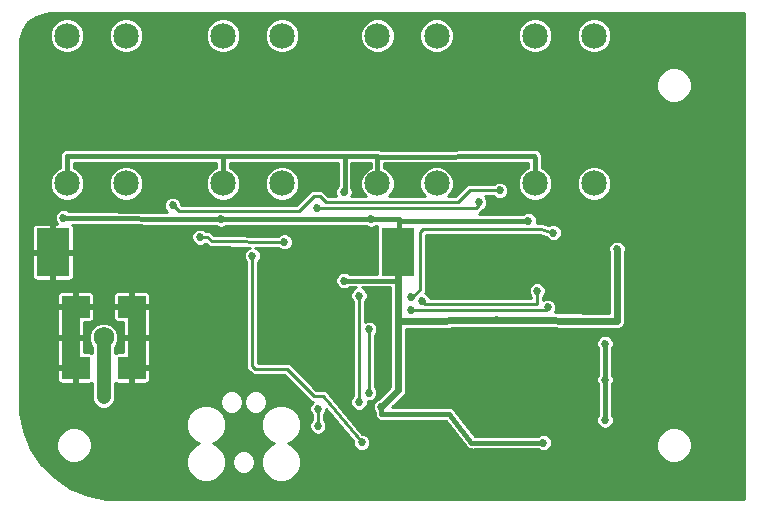
<source format=gbl>
G75*
G70*
%OFA0B0*%
%FSLAX24Y24*%
%IPPOS*%
%LPD*%
%AMOC8*
5,1,8,0,0,1.08239X$1,22.5*
%
%ADD10R,0.1100X0.1600*%
%ADD11C,0.0850*%
%ADD12C,0.0681*%
%ADD13R,0.0925X0.0748*%
%ADD14R,0.0591X0.1339*%
%ADD15C,0.0100*%
%ADD16C,0.0270*%
%ADD17C,0.0340*%
%ADD18C,0.0160*%
%ADD19C,0.0240*%
%ADD20C,0.0470*%
D10*
X001310Y008440D03*
X012810Y008440D03*
D11*
X012126Y010729D03*
X014094Y010729D03*
X017376Y010729D03*
X019344Y010729D03*
X019344Y015651D03*
X017376Y015651D03*
X014094Y015651D03*
X012126Y015651D03*
X008944Y015651D03*
X006976Y015651D03*
X003744Y015651D03*
X001776Y015651D03*
X001776Y010729D03*
X003744Y010729D03*
X006976Y010729D03*
X008944Y010729D03*
D12*
X003000Y005600D03*
D13*
X002065Y004576D03*
X003935Y004576D03*
X003935Y006624D03*
X002065Y006624D03*
D14*
X001898Y005600D03*
X004102Y005600D03*
D15*
X001370Y000926D02*
X001892Y000578D01*
X002471Y000338D01*
X003086Y000215D01*
X003400Y000200D01*
X024340Y000200D01*
X024340Y016400D01*
X001200Y016400D01*
X001044Y016388D01*
X000746Y016291D01*
X000493Y016107D01*
X000309Y015854D01*
X000212Y015556D01*
X000200Y015400D01*
X000200Y003400D01*
X000215Y003086D01*
X000338Y002471D01*
X000578Y001892D01*
X000926Y001370D01*
X001370Y000926D01*
X001430Y000887D02*
X006020Y000887D01*
X006032Y000874D02*
X006277Y000773D01*
X006543Y000773D01*
X006788Y000874D01*
X006976Y001062D01*
X007077Y001307D01*
X007077Y001573D01*
X006976Y001818D01*
X006788Y002006D01*
X006645Y002065D01*
X006788Y002124D01*
X006976Y002312D01*
X007077Y002557D01*
X007077Y002823D01*
X006976Y003068D01*
X006788Y003256D01*
X006543Y003357D01*
X006277Y003357D01*
X006032Y003256D01*
X005844Y003068D01*
X005743Y002823D01*
X005743Y002557D01*
X005844Y002312D01*
X006032Y002124D01*
X006175Y002065D01*
X006032Y002006D01*
X005844Y001818D01*
X005743Y001573D01*
X005743Y001307D01*
X005844Y001062D01*
X006032Y000874D01*
X005921Y000985D02*
X001311Y000985D01*
X001213Y001084D02*
X005835Y001084D01*
X005794Y001182D02*
X001114Y001182D01*
X001016Y001281D02*
X005754Y001281D01*
X005743Y001379D02*
X000920Y001379D01*
X000854Y001478D02*
X001710Y001478D01*
X001664Y001497D02*
X001882Y001406D01*
X002118Y001406D01*
X002336Y001497D01*
X002503Y001664D01*
X002594Y001882D01*
X002594Y002118D01*
X002503Y002336D01*
X002336Y002503D01*
X002118Y002594D01*
X001882Y002594D01*
X001664Y002503D01*
X001497Y002336D01*
X001406Y002118D01*
X001406Y001882D01*
X001497Y001664D01*
X001664Y001497D01*
X001584Y001576D02*
X000789Y001576D01*
X000723Y001675D02*
X001492Y001675D01*
X001451Y001773D02*
X000657Y001773D01*
X000591Y001872D02*
X001411Y001872D01*
X001406Y001970D02*
X000545Y001970D01*
X000505Y002069D02*
X001406Y002069D01*
X001427Y002167D02*
X000464Y002167D01*
X000423Y002266D02*
X001467Y002266D01*
X001524Y002364D02*
X000382Y002364D01*
X000341Y002463D02*
X001623Y002463D01*
X001803Y002561D02*
X000320Y002561D01*
X000300Y002660D02*
X005743Y002660D01*
X005743Y002758D02*
X000281Y002758D01*
X000261Y002857D02*
X005756Y002857D01*
X005797Y002955D02*
X000242Y002955D01*
X000222Y003054D02*
X005838Y003054D01*
X005928Y003152D02*
X000212Y003152D01*
X000207Y003251D02*
X002838Y003251D01*
X002782Y003274D02*
X002923Y003215D01*
X003077Y003215D01*
X003218Y003274D01*
X003326Y003382D01*
X003385Y003523D01*
X003385Y004080D01*
X003415Y004063D01*
X003453Y004052D01*
X003885Y004052D01*
X003885Y004526D01*
X003985Y004526D01*
X003985Y004052D01*
X004417Y004052D01*
X004456Y004063D01*
X004490Y004082D01*
X004518Y004110D01*
X004537Y004144D01*
X004548Y004183D01*
X004548Y004526D01*
X003985Y004526D01*
X003985Y004626D01*
X004548Y004626D01*
X004548Y004970D01*
X004548Y005550D01*
X004152Y005550D01*
X004152Y005100D01*
X004052Y005100D01*
X004052Y005550D01*
X003657Y005550D01*
X003657Y005100D01*
X003453Y005100D01*
X003415Y005090D01*
X003385Y005073D01*
X003385Y005291D01*
X003416Y005322D01*
X003491Y005502D01*
X003491Y005698D01*
X003416Y005878D01*
X003278Y006016D01*
X003098Y006091D01*
X002902Y006091D01*
X002722Y006016D01*
X002584Y005878D01*
X002509Y005698D01*
X002509Y005502D01*
X002584Y005322D01*
X002615Y005291D01*
X002615Y005073D01*
X002585Y005090D01*
X002547Y005100D01*
X002343Y005100D01*
X002343Y005550D01*
X001948Y005550D01*
X001948Y005650D01*
X002343Y005650D01*
X002343Y006100D01*
X002547Y006100D01*
X002585Y006110D01*
X002620Y006130D01*
X002648Y006158D01*
X002667Y006192D01*
X002678Y006230D01*
X002678Y006574D01*
X002115Y006574D01*
X002115Y006674D01*
X002015Y006674D01*
X002015Y007148D01*
X001583Y007148D01*
X001544Y007137D01*
X001510Y007118D01*
X001482Y007090D01*
X001463Y007056D01*
X001452Y007017D01*
X001452Y006674D01*
X002015Y006674D01*
X002015Y006574D01*
X001452Y006574D01*
X001452Y005650D01*
X001848Y005650D01*
X001848Y005550D01*
X001452Y005550D01*
X001452Y004956D01*
X001452Y004626D01*
X002015Y004626D01*
X002015Y004526D01*
X002115Y004526D01*
X002115Y004052D01*
X002547Y004052D01*
X002585Y004063D01*
X002615Y004080D01*
X002615Y003523D01*
X002674Y003382D01*
X002782Y003274D01*
X002707Y003349D02*
X000203Y003349D01*
X000200Y003448D02*
X002646Y003448D01*
X002615Y003546D02*
X000200Y003546D01*
X000200Y003645D02*
X002615Y003645D01*
X002615Y003743D02*
X000200Y003743D01*
X000200Y003842D02*
X002615Y003842D01*
X002615Y003940D02*
X000200Y003940D01*
X000200Y004039D02*
X002615Y004039D01*
X002115Y004137D02*
X002015Y004137D01*
X002015Y004052D02*
X002015Y004526D01*
X001452Y004526D01*
X001452Y004183D01*
X001463Y004144D01*
X001482Y004110D01*
X001510Y004082D01*
X001544Y004063D01*
X001583Y004052D01*
X002015Y004052D01*
X002015Y004236D02*
X002115Y004236D01*
X002115Y004334D02*
X002015Y004334D01*
X002015Y004433D02*
X002115Y004433D01*
X002015Y004531D02*
X000200Y004531D01*
X000200Y004433D02*
X001452Y004433D01*
X001452Y004334D02*
X000200Y004334D01*
X000200Y004236D02*
X001452Y004236D01*
X001467Y004137D02*
X000200Y004137D01*
X000200Y004630D02*
X001452Y004630D01*
X001452Y004728D02*
X000200Y004728D01*
X000200Y004827D02*
X001452Y004827D01*
X001452Y004925D02*
X000200Y004925D01*
X000200Y005024D02*
X001452Y005024D01*
X001452Y005122D02*
X000200Y005122D01*
X000200Y005221D02*
X001452Y005221D01*
X001452Y005319D02*
X000200Y005319D01*
X000200Y005418D02*
X001452Y005418D01*
X001452Y005516D02*
X000200Y005516D01*
X000200Y005615D02*
X001848Y005615D01*
X001948Y005615D02*
X002509Y005615D01*
X002516Y005713D02*
X002343Y005713D01*
X002343Y005812D02*
X002557Y005812D01*
X002616Y005910D02*
X002343Y005910D01*
X002343Y006009D02*
X002715Y006009D01*
X002575Y006107D02*
X003425Y006107D01*
X003415Y006110D02*
X003453Y006100D01*
X003657Y006100D01*
X003657Y005650D01*
X004052Y005650D01*
X004052Y005550D01*
X004152Y005550D01*
X004152Y005650D01*
X004052Y005650D01*
X004052Y006100D01*
X004152Y006100D01*
X004152Y005650D01*
X004548Y005650D01*
X004548Y006574D01*
X003985Y006574D01*
X003985Y006674D01*
X003885Y006674D01*
X003885Y007148D01*
X003453Y007148D01*
X003415Y007137D01*
X003380Y007118D01*
X003352Y007090D01*
X003333Y007056D01*
X003322Y007017D01*
X003322Y006674D01*
X003885Y006674D01*
X003885Y006574D01*
X003322Y006574D01*
X003322Y006230D01*
X003333Y006192D01*
X003352Y006158D01*
X003380Y006130D01*
X003415Y006110D01*
X003329Y006206D02*
X002671Y006206D01*
X002678Y006304D02*
X003322Y006304D01*
X003322Y006403D02*
X002678Y006403D01*
X002678Y006501D02*
X003322Y006501D01*
X003322Y006698D02*
X002678Y006698D01*
X002678Y006674D02*
X002678Y007017D01*
X002667Y007056D01*
X002648Y007090D01*
X002620Y007118D01*
X002585Y007137D01*
X002547Y007148D01*
X002115Y007148D01*
X002115Y006674D01*
X002678Y006674D01*
X002678Y006797D02*
X003322Y006797D01*
X003322Y006895D02*
X002678Y006895D01*
X002678Y006994D02*
X003322Y006994D01*
X003355Y007092D02*
X002645Y007092D01*
X002115Y007092D02*
X002015Y007092D01*
X002015Y006994D02*
X002115Y006994D01*
X002115Y006895D02*
X002015Y006895D01*
X002015Y006797D02*
X002115Y006797D01*
X002115Y006698D02*
X002015Y006698D01*
X002015Y006600D02*
X000200Y006600D01*
X000200Y006698D02*
X001452Y006698D01*
X001452Y006797D02*
X000200Y006797D01*
X000200Y006895D02*
X001452Y006895D01*
X001452Y006994D02*
X000200Y006994D01*
X000200Y007092D02*
X001485Y007092D01*
X001360Y007490D02*
X001880Y007490D01*
X001918Y007500D01*
X001952Y007520D01*
X001980Y007548D01*
X002000Y007582D01*
X002010Y007620D01*
X002010Y008390D01*
X001360Y008390D01*
X001360Y008490D01*
X002010Y008490D01*
X002010Y009260D01*
X002000Y009298D01*
X001980Y009332D01*
X001955Y009357D01*
X006714Y009311D01*
X006715Y009310D01*
X006737Y009310D01*
X006749Y009298D01*
X006853Y009255D01*
X006967Y009255D01*
X007071Y009298D01*
X007083Y009310D01*
X011737Y009310D01*
X011749Y009298D01*
X011853Y009255D01*
X011967Y009255D01*
X012071Y009298D01*
X012083Y009310D01*
X012118Y009310D01*
X012110Y009302D01*
X012110Y007720D01*
X011183Y007720D01*
X011171Y007732D01*
X011067Y007775D01*
X010953Y007775D01*
X010849Y007732D01*
X010768Y007651D01*
X010725Y007547D01*
X010725Y007433D01*
X010768Y007329D01*
X010849Y007248D01*
X010953Y007205D01*
X011067Y007205D01*
X011171Y007248D01*
X011183Y007260D01*
X011417Y007260D01*
X011349Y007232D01*
X011268Y007151D01*
X011225Y007047D01*
X011225Y006933D01*
X011268Y006829D01*
X011310Y006787D01*
X011310Y003643D01*
X011268Y003601D01*
X011225Y003497D01*
X011225Y003383D01*
X011268Y003279D01*
X011349Y003198D01*
X011453Y003155D01*
X011567Y003155D01*
X011671Y003198D01*
X011752Y003279D01*
X011795Y003383D01*
X011795Y003465D01*
X011897Y003465D01*
X012001Y003508D01*
X012082Y003589D01*
X012125Y003693D01*
X012125Y003807D01*
X012082Y003911D01*
X012040Y003953D01*
X012040Y005667D01*
X012082Y005709D01*
X012125Y005813D01*
X012125Y005927D01*
X012082Y006031D01*
X012001Y006112D01*
X011897Y006155D01*
X011783Y006155D01*
X011710Y006125D01*
X011710Y006787D01*
X011752Y006829D01*
X011795Y006933D01*
X011795Y007047D01*
X011752Y007151D01*
X011671Y007232D01*
X011603Y007260D01*
X012540Y007260D01*
X012540Y006192D01*
X012539Y006190D01*
X012540Y006138D01*
X012540Y003952D01*
X012135Y003547D01*
X012099Y003532D01*
X012018Y003451D01*
X011975Y003347D01*
X011975Y003233D01*
X012018Y003129D01*
X012030Y003117D01*
X012030Y002945D01*
X012165Y002810D01*
X014399Y002810D01*
X015030Y002010D01*
X015030Y001995D01*
X015088Y001937D01*
X015139Y001873D01*
X015154Y001871D01*
X015165Y001860D01*
X015247Y001860D01*
X015328Y001850D01*
X015340Y001860D01*
X017487Y001860D01*
X017499Y001848D01*
X017603Y001805D01*
X017717Y001805D01*
X017821Y001848D01*
X017902Y001929D01*
X017945Y002033D01*
X017945Y002147D01*
X017902Y002251D01*
X017821Y002332D01*
X017717Y002375D01*
X017603Y002375D01*
X017499Y002332D01*
X017487Y002320D01*
X015371Y002320D01*
X014740Y003120D01*
X014740Y003135D01*
X014682Y003193D01*
X014631Y003257D01*
X014616Y003259D01*
X014605Y003270D01*
X014523Y003270D01*
X014442Y003280D01*
X014430Y003270D01*
X012622Y003270D01*
X012963Y003611D01*
X013039Y003687D01*
X013080Y003786D01*
X013080Y005874D01*
X016030Y005919D01*
X016063Y005905D01*
X016177Y005905D01*
X016210Y005919D01*
X020055Y005871D01*
X020056Y005870D01*
X020108Y005870D01*
X020160Y005869D01*
X020162Y005870D01*
X020164Y005870D01*
X020212Y005890D01*
X020260Y005909D01*
X020261Y005910D01*
X024340Y005910D01*
X024340Y005812D02*
X013080Y005812D01*
X013080Y005713D02*
X024340Y005713D01*
X024340Y005615D02*
X019889Y005615D01*
X019871Y005632D02*
X019767Y005675D01*
X019653Y005675D01*
X019549Y005632D01*
X019468Y005551D01*
X019425Y005447D01*
X019425Y005333D01*
X019468Y005229D01*
X019480Y005217D01*
X019480Y004363D01*
X019468Y004351D01*
X019425Y004247D01*
X019425Y004133D01*
X019468Y004029D01*
X019480Y004017D01*
X019480Y003013D01*
X019468Y003001D01*
X019425Y002897D01*
X019425Y002783D01*
X019468Y002679D01*
X019549Y002598D01*
X019653Y002555D01*
X019767Y002555D01*
X019871Y002598D01*
X019952Y002679D01*
X019995Y002783D01*
X019995Y002897D01*
X019952Y003001D01*
X019940Y003013D01*
X019940Y004017D01*
X019952Y004029D01*
X019995Y004133D01*
X019995Y004247D01*
X019952Y004351D01*
X019940Y004363D01*
X019940Y005217D01*
X019952Y005229D01*
X019995Y005333D01*
X019995Y005447D01*
X019952Y005551D01*
X019871Y005632D01*
X019966Y005516D02*
X024340Y005516D01*
X024340Y005418D02*
X019995Y005418D01*
X019989Y005319D02*
X024340Y005319D01*
X024340Y005221D02*
X019944Y005221D01*
X019940Y005122D02*
X024340Y005122D01*
X024340Y005024D02*
X019940Y005024D01*
X019940Y004925D02*
X024340Y004925D01*
X024340Y004827D02*
X019940Y004827D01*
X019940Y004728D02*
X024340Y004728D01*
X024340Y004630D02*
X019940Y004630D01*
X019940Y004531D02*
X024340Y004531D01*
X024340Y004433D02*
X019940Y004433D01*
X019959Y004334D02*
X024340Y004334D01*
X024340Y004236D02*
X019995Y004236D01*
X019995Y004137D02*
X024340Y004137D01*
X024340Y004039D02*
X019956Y004039D01*
X019940Y003940D02*
X024340Y003940D01*
X024340Y003842D02*
X019940Y003842D01*
X019940Y003743D02*
X024340Y003743D01*
X024340Y003645D02*
X019940Y003645D01*
X019940Y003546D02*
X024340Y003546D01*
X024340Y003448D02*
X019940Y003448D01*
X019940Y003349D02*
X024340Y003349D01*
X024340Y003251D02*
X019940Y003251D01*
X019940Y003152D02*
X024340Y003152D01*
X024340Y003054D02*
X019940Y003054D01*
X019971Y002955D02*
X024340Y002955D01*
X024340Y002857D02*
X019995Y002857D01*
X019985Y002758D02*
X024340Y002758D01*
X024340Y002660D02*
X019933Y002660D01*
X019781Y002561D02*
X021803Y002561D01*
X021882Y002594D02*
X021664Y002503D01*
X021497Y002336D01*
X021406Y002118D01*
X021406Y001882D01*
X021497Y001664D01*
X021664Y001497D01*
X021882Y001406D01*
X022118Y001406D01*
X022336Y001497D01*
X022503Y001664D01*
X022594Y001882D01*
X022594Y002118D01*
X022503Y002336D01*
X022336Y002503D01*
X022118Y002594D01*
X021882Y002594D01*
X021623Y002463D02*
X015259Y002463D01*
X015181Y002561D02*
X019639Y002561D01*
X019487Y002660D02*
X015103Y002660D01*
X015026Y002758D02*
X019435Y002758D01*
X019425Y002857D02*
X014948Y002857D01*
X014870Y002955D02*
X019449Y002955D01*
X019480Y003054D02*
X014792Y003054D01*
X014723Y003152D02*
X019480Y003152D01*
X019480Y003251D02*
X014637Y003251D01*
X014440Y002758D02*
X011312Y002758D01*
X011394Y002660D02*
X014517Y002660D01*
X014595Y002561D02*
X011476Y002561D01*
X011558Y002463D02*
X014673Y002463D01*
X014751Y002364D02*
X011707Y002364D01*
X011657Y002385D02*
X011623Y002385D01*
X010550Y003672D01*
X010550Y003683D01*
X010500Y003733D01*
X010498Y003735D01*
X010451Y003792D01*
X010440Y003793D01*
X010383Y003850D01*
X010083Y003850D01*
X009300Y004633D01*
X009183Y004750D01*
X008160Y004750D01*
X008160Y008117D01*
X008202Y008159D01*
X008245Y008263D01*
X008245Y008377D01*
X008202Y008481D01*
X008121Y008562D01*
X008058Y008588D01*
X008815Y008582D01*
X008859Y008538D01*
X008963Y008495D01*
X009077Y008495D01*
X009181Y008538D01*
X009262Y008619D01*
X009305Y008723D01*
X009305Y008837D01*
X009262Y008941D01*
X009181Y009022D01*
X009077Y009065D01*
X008963Y009065D01*
X008859Y009022D01*
X008819Y008982D01*
X006684Y008999D01*
X006543Y009140D01*
X006413Y009140D01*
X006371Y009182D01*
X006267Y009225D01*
X006153Y009225D01*
X006049Y009182D01*
X005968Y009101D01*
X005925Y008997D01*
X005925Y008883D01*
X005968Y008779D01*
X006049Y008698D01*
X006153Y008655D01*
X006267Y008655D01*
X006371Y008698D01*
X006395Y008722D01*
X006458Y008659D01*
X006516Y008601D01*
X006517Y008600D01*
X006599Y008600D01*
X007866Y008590D01*
X007799Y008562D01*
X007718Y008481D01*
X007675Y008377D01*
X007675Y008263D01*
X007718Y008159D01*
X007760Y008117D01*
X007760Y004557D01*
X007877Y004440D01*
X007967Y004350D01*
X009017Y004350D01*
X009917Y003450D01*
X009967Y003450D01*
X009898Y003381D01*
X009855Y003277D01*
X009855Y003163D01*
X009898Y003059D01*
X009940Y003017D01*
X009940Y002843D01*
X009898Y002801D01*
X009855Y002697D01*
X009855Y002583D01*
X009898Y002479D01*
X009979Y002398D01*
X010083Y002355D01*
X010197Y002355D01*
X010301Y002398D01*
X010382Y002479D01*
X010425Y002583D01*
X010425Y002697D01*
X010382Y002801D01*
X010340Y002843D01*
X010340Y003017D01*
X010382Y003059D01*
X010425Y003163D01*
X010425Y003198D01*
X011315Y002130D01*
X011315Y002043D01*
X011358Y001939D01*
X011439Y001858D01*
X011543Y001815D01*
X011657Y001815D01*
X011761Y001858D01*
X011842Y001939D01*
X011885Y002043D01*
X011885Y002157D01*
X011842Y002261D01*
X011761Y002342D01*
X011657Y002385D01*
X011838Y002266D02*
X014828Y002266D01*
X014906Y002167D02*
X011881Y002167D01*
X011885Y002069D02*
X014984Y002069D01*
X015055Y001970D02*
X011855Y001970D01*
X011775Y001872D02*
X015149Y001872D01*
X015337Y002364D02*
X017577Y002364D01*
X017743Y002364D02*
X021524Y002364D01*
X021467Y002266D02*
X017888Y002266D01*
X017937Y002167D02*
X021427Y002167D01*
X021406Y002069D02*
X017945Y002069D01*
X017919Y001970D02*
X021406Y001970D01*
X021411Y001872D02*
X017845Y001872D01*
X019480Y003349D02*
X012701Y003349D01*
X012799Y003448D02*
X019480Y003448D01*
X019480Y003546D02*
X012898Y003546D01*
X012963Y003611D02*
X012963Y003611D01*
X012996Y003645D02*
X019480Y003645D01*
X019480Y003743D02*
X013062Y003743D01*
X013080Y003842D02*
X019480Y003842D01*
X019480Y003940D02*
X013080Y003940D01*
X013080Y004039D02*
X019464Y004039D01*
X019425Y004137D02*
X013080Y004137D01*
X013080Y004236D02*
X019425Y004236D01*
X019461Y004334D02*
X013080Y004334D01*
X013080Y004433D02*
X019480Y004433D01*
X019480Y004531D02*
X013080Y004531D01*
X013080Y004630D02*
X019480Y004630D01*
X019480Y004728D02*
X013080Y004728D01*
X013080Y004827D02*
X019480Y004827D01*
X019480Y004925D02*
X013080Y004925D01*
X013080Y005024D02*
X019480Y005024D01*
X019480Y005122D02*
X013080Y005122D01*
X013080Y005221D02*
X019476Y005221D01*
X019431Y005319D02*
X013080Y005319D01*
X013080Y005418D02*
X019425Y005418D01*
X019454Y005516D02*
X013080Y005516D01*
X013080Y005615D02*
X019531Y005615D01*
X020261Y005910D02*
X020263Y005911D01*
X020300Y005948D01*
X020337Y005984D01*
X020338Y005986D01*
X020339Y005987D01*
X020359Y006035D01*
X020379Y006083D01*
X020379Y006085D01*
X020380Y006086D01*
X020380Y006138D01*
X020381Y006190D01*
X020380Y006192D01*
X020380Y008447D01*
X020395Y008483D01*
X020395Y008597D01*
X020352Y008701D01*
X020271Y008782D01*
X020167Y008825D01*
X020053Y008825D01*
X019949Y008782D01*
X019868Y008701D01*
X019825Y008597D01*
X019825Y008483D01*
X019840Y008447D01*
X019840Y006413D01*
X018039Y006436D01*
X018042Y006439D01*
X018085Y006543D01*
X018085Y006657D01*
X018042Y006761D01*
X017961Y006842D01*
X017857Y006885D01*
X017743Y006885D01*
X017650Y006846D01*
X017650Y006947D01*
X017692Y006989D01*
X017735Y007093D01*
X017735Y007207D01*
X017692Y007311D01*
X017611Y007392D01*
X017507Y007435D01*
X017393Y007435D01*
X017289Y007392D01*
X017208Y007311D01*
X017165Y007207D01*
X017165Y007093D01*
X017208Y006989D01*
X017250Y006947D01*
X017250Y006900D01*
X013867Y006900D01*
X013842Y006961D01*
X013761Y007042D01*
X013700Y007067D01*
X013750Y007117D01*
X013750Y009000D01*
X017554Y009000D01*
X017739Y008950D01*
X017748Y008929D01*
X017829Y008848D01*
X017933Y008805D01*
X018047Y008805D01*
X018151Y008848D01*
X018232Y008929D01*
X018275Y009033D01*
X018275Y009147D01*
X018232Y009251D01*
X018151Y009332D01*
X018047Y009375D01*
X017933Y009375D01*
X017841Y009337D01*
X017684Y009379D01*
X017663Y009400D01*
X017606Y009400D01*
X017552Y009415D01*
X017526Y009400D01*
X017431Y009400D01*
X017445Y009433D01*
X017445Y009547D01*
X017402Y009651D01*
X017321Y009732D01*
X017217Y009775D01*
X017103Y009775D01*
X016999Y009732D01*
X016987Y009720D01*
X015503Y009720D01*
X015600Y009817D01*
X015627Y009844D01*
X015661Y009858D01*
X015742Y009939D01*
X015785Y010043D01*
X015785Y010157D01*
X015742Y010261D01*
X015703Y010300D01*
X015997Y010300D01*
X016039Y010258D01*
X016143Y010215D01*
X016257Y010215D01*
X016361Y010258D01*
X016442Y010339D01*
X016485Y010443D01*
X016485Y010557D01*
X016442Y010661D01*
X016361Y010742D01*
X016257Y010785D01*
X016143Y010785D01*
X016039Y010742D01*
X015997Y010700D01*
X015117Y010700D01*
X014717Y010300D01*
X014478Y010300D01*
X014582Y010404D01*
X014669Y010615D01*
X014669Y010844D01*
X014582Y011055D01*
X014420Y011217D01*
X014209Y011304D01*
X013980Y011304D01*
X013769Y011217D01*
X013607Y011055D01*
X013519Y010844D01*
X013519Y010615D01*
X013607Y010404D01*
X013710Y010300D01*
X012510Y010300D01*
X012613Y010404D01*
X012701Y010615D01*
X012701Y010844D01*
X012613Y011055D01*
X012451Y011217D01*
X012356Y011256D01*
X012356Y011395D01*
X017146Y011409D01*
X017146Y011256D01*
X017050Y011217D01*
X016888Y011055D01*
X016801Y010844D01*
X016801Y010615D01*
X016888Y010404D01*
X017050Y010242D01*
X017261Y010154D01*
X017490Y010154D01*
X017701Y010242D01*
X017863Y010404D01*
X017951Y010615D01*
X017951Y010844D01*
X017863Y011055D01*
X017701Y011217D01*
X017606Y011256D01*
X017606Y011534D01*
X017624Y011568D01*
X017606Y011625D01*
X017606Y011685D01*
X017590Y011701D01*
X017590Y011736D01*
X017562Y011763D01*
X017551Y011800D01*
X017497Y011828D01*
X017455Y011870D01*
X017416Y011870D01*
X017382Y011888D01*
X017324Y011870D01*
X012221Y011855D01*
X012205Y011870D01*
X001675Y011870D01*
X001540Y011735D01*
X001540Y011254D01*
X001450Y011217D01*
X001288Y011055D01*
X001201Y010844D01*
X001201Y010615D01*
X001288Y010404D01*
X001450Y010242D01*
X001661Y010154D01*
X001890Y010154D01*
X002101Y010242D01*
X002263Y010404D01*
X002351Y010615D01*
X002351Y010844D01*
X002263Y011055D01*
X002101Y011217D01*
X002006Y011256D01*
X002006Y011410D01*
X006746Y011410D01*
X006746Y011256D01*
X006650Y011217D01*
X006488Y011055D01*
X006401Y010844D01*
X006401Y010615D01*
X006488Y010404D01*
X006650Y010242D01*
X006861Y010154D01*
X007090Y010154D01*
X007301Y010242D01*
X007463Y010404D01*
X007551Y010615D01*
X007551Y010844D01*
X007463Y011055D01*
X007301Y011217D01*
X007206Y011256D01*
X007206Y011410D01*
X010800Y011410D01*
X010800Y010633D01*
X010768Y010601D01*
X010725Y010497D01*
X010725Y010383D01*
X010760Y010300D01*
X010483Y010300D01*
X010400Y010383D01*
X010283Y010500D01*
X009917Y010500D01*
X009417Y010000D01*
X005585Y010000D01*
X005585Y010057D01*
X005542Y010161D01*
X005461Y010242D01*
X005357Y010285D01*
X005243Y010285D01*
X005139Y010242D01*
X005058Y010161D01*
X005015Y010057D01*
X005015Y009943D01*
X005058Y009839D01*
X005110Y009787D01*
X001835Y009818D01*
X001821Y009832D01*
X001717Y009875D01*
X001603Y009875D01*
X001499Y009832D01*
X001418Y009751D01*
X001375Y009647D01*
X001375Y009533D01*
X001418Y009429D01*
X001457Y009390D01*
X001360Y009390D01*
X001360Y008490D01*
X001260Y008490D01*
X001260Y009390D01*
X000740Y009390D01*
X000702Y009380D01*
X000668Y009360D01*
X000640Y009332D01*
X000620Y009298D01*
X000610Y009260D01*
X000610Y008490D01*
X001260Y008490D01*
X001260Y008390D01*
X001360Y008390D01*
X001360Y007490D01*
X001360Y007585D02*
X001260Y007585D01*
X001260Y007490D02*
X001260Y008390D01*
X000610Y008390D01*
X000610Y007620D01*
X000620Y007582D01*
X000640Y007548D01*
X000668Y007520D01*
X000702Y007500D01*
X000740Y007490D01*
X001260Y007490D01*
X001260Y007683D02*
X001360Y007683D01*
X001360Y007782D02*
X001260Y007782D01*
X001260Y007880D02*
X001360Y007880D01*
X001360Y007979D02*
X001260Y007979D01*
X001260Y008077D02*
X001360Y008077D01*
X001360Y008176D02*
X001260Y008176D01*
X001260Y008274D02*
X001360Y008274D01*
X001360Y008373D02*
X001260Y008373D01*
X001260Y008471D02*
X000200Y008471D01*
X000200Y008373D02*
X000610Y008373D01*
X000610Y008274D02*
X000200Y008274D01*
X000200Y008176D02*
X000610Y008176D01*
X000610Y008077D02*
X000200Y008077D01*
X000200Y007979D02*
X000610Y007979D01*
X000610Y007880D02*
X000200Y007880D01*
X000200Y007782D02*
X000610Y007782D01*
X000610Y007683D02*
X000200Y007683D01*
X000200Y007585D02*
X000620Y007585D01*
X000200Y007486D02*
X007760Y007486D01*
X007760Y007388D02*
X000200Y007388D01*
X000200Y007289D02*
X007760Y007289D01*
X007760Y007191D02*
X000200Y007191D01*
X000200Y006501D02*
X001452Y006501D01*
X001452Y006403D02*
X000200Y006403D01*
X000200Y006304D02*
X001452Y006304D01*
X001452Y006206D02*
X000200Y006206D01*
X000200Y006107D02*
X001452Y006107D01*
X001452Y006009D02*
X000200Y006009D01*
X000200Y005910D02*
X001452Y005910D01*
X001452Y005812D02*
X000200Y005812D01*
X000200Y005713D02*
X001452Y005713D01*
X002343Y005516D02*
X002509Y005516D01*
X002545Y005418D02*
X002343Y005418D01*
X002343Y005319D02*
X002587Y005319D01*
X002615Y005221D02*
X002343Y005221D01*
X002343Y005122D02*
X002615Y005122D01*
X003385Y005122D02*
X003657Y005122D01*
X003657Y005221D02*
X003385Y005221D01*
X003413Y005319D02*
X003657Y005319D01*
X003657Y005418D02*
X003455Y005418D01*
X003491Y005516D02*
X003657Y005516D01*
X003491Y005615D02*
X004052Y005615D01*
X004052Y005713D02*
X004152Y005713D01*
X004152Y005615D02*
X007760Y005615D01*
X007760Y005713D02*
X004548Y005713D01*
X004548Y005812D02*
X007760Y005812D01*
X007760Y005910D02*
X004548Y005910D01*
X004548Y006009D02*
X007760Y006009D01*
X007760Y006107D02*
X004548Y006107D01*
X004548Y006206D02*
X007760Y006206D01*
X007760Y006304D02*
X004548Y006304D01*
X004548Y006403D02*
X007760Y006403D01*
X007760Y006501D02*
X004548Y006501D01*
X004548Y006674D02*
X003985Y006674D01*
X003985Y007148D01*
X004417Y007148D01*
X004456Y007137D01*
X004490Y007118D01*
X004518Y007090D01*
X004537Y007056D01*
X004548Y007017D01*
X004548Y006674D01*
X004548Y006698D02*
X007760Y006698D01*
X007760Y006600D02*
X003985Y006600D01*
X003985Y006698D02*
X003885Y006698D01*
X003885Y006600D02*
X002115Y006600D01*
X003285Y006009D02*
X003657Y006009D01*
X003657Y005910D02*
X003384Y005910D01*
X003443Y005812D02*
X003657Y005812D01*
X003657Y005713D02*
X003484Y005713D01*
X004052Y005812D02*
X004152Y005812D01*
X004152Y005910D02*
X004052Y005910D01*
X004052Y006009D02*
X004152Y006009D01*
X004152Y005516D02*
X004052Y005516D01*
X004052Y005418D02*
X004152Y005418D01*
X004152Y005319D02*
X004052Y005319D01*
X004052Y005221D02*
X004152Y005221D01*
X004152Y005122D02*
X004052Y005122D01*
X004548Y005122D02*
X007760Y005122D01*
X007760Y005024D02*
X004548Y005024D01*
X004548Y004925D02*
X007760Y004925D01*
X007760Y004827D02*
X004548Y004827D01*
X004548Y004728D02*
X007760Y004728D01*
X007760Y004630D02*
X004548Y004630D01*
X004548Y004433D02*
X007885Y004433D01*
X007786Y004531D02*
X003985Y004531D01*
X003985Y004433D02*
X003885Y004433D01*
X003885Y004334D02*
X003985Y004334D01*
X003985Y004236D02*
X003885Y004236D01*
X003885Y004137D02*
X003985Y004137D01*
X004533Y004137D02*
X009230Y004137D01*
X009132Y004236D02*
X004548Y004236D01*
X004548Y004334D02*
X009033Y004334D01*
X009100Y004550D02*
X008050Y004550D01*
X007960Y004640D01*
X007960Y008320D01*
X007818Y008570D02*
X002010Y008570D01*
X002010Y008668D02*
X006122Y008668D01*
X005980Y008767D02*
X002010Y008767D01*
X002010Y008865D02*
X005933Y008865D01*
X005925Y008964D02*
X002010Y008964D01*
X002010Y009062D02*
X005952Y009062D01*
X006027Y009161D02*
X002010Y009161D01*
X002010Y009259D02*
X006844Y009259D01*
X006976Y009259D02*
X011844Y009259D01*
X011976Y009259D02*
X012110Y009259D01*
X012110Y009161D02*
X006393Y009161D01*
X006460Y008940D02*
X006210Y008940D01*
X006460Y008940D02*
X006600Y008800D01*
X009020Y008780D01*
X009282Y008668D02*
X012110Y008668D01*
X012110Y008570D02*
X009213Y008570D01*
X009305Y008767D02*
X012110Y008767D01*
X012110Y008865D02*
X009293Y008865D01*
X009240Y008964D02*
X012110Y008964D01*
X012110Y009062D02*
X009084Y009062D01*
X008956Y009062D02*
X006621Y009062D01*
X006449Y008668D02*
X006298Y008668D01*
X006516Y008601D02*
X006516Y008601D01*
X007675Y008373D02*
X002010Y008373D01*
X002010Y008274D02*
X007675Y008274D01*
X007711Y008176D02*
X002010Y008176D01*
X002010Y008077D02*
X007760Y008077D01*
X007760Y007979D02*
X002010Y007979D01*
X002010Y007880D02*
X007760Y007880D01*
X007760Y007782D02*
X002010Y007782D01*
X002010Y007683D02*
X007760Y007683D01*
X007760Y007585D02*
X002000Y007585D01*
X001360Y008471D02*
X007714Y008471D01*
X008102Y008570D02*
X008827Y008570D01*
X008245Y008373D02*
X012110Y008373D01*
X012110Y008471D02*
X008206Y008471D01*
X008245Y008274D02*
X012110Y008274D01*
X012110Y008176D02*
X008209Y008176D01*
X008160Y008077D02*
X012110Y008077D01*
X012110Y007979D02*
X008160Y007979D01*
X008160Y007880D02*
X012110Y007880D01*
X012110Y007782D02*
X008160Y007782D01*
X008160Y007683D02*
X010800Y007683D01*
X010741Y007585D02*
X008160Y007585D01*
X008160Y007486D02*
X010725Y007486D01*
X010744Y007388D02*
X008160Y007388D01*
X008160Y007289D02*
X010808Y007289D01*
X011244Y007092D02*
X008160Y007092D01*
X008160Y006994D02*
X011225Y006994D01*
X011241Y006895D02*
X008160Y006895D01*
X008160Y006797D02*
X011300Y006797D01*
X011310Y006698D02*
X008160Y006698D01*
X008160Y006600D02*
X011310Y006600D01*
X011310Y006501D02*
X008160Y006501D01*
X008160Y006403D02*
X011310Y006403D01*
X011310Y006304D02*
X008160Y006304D01*
X008160Y006206D02*
X011310Y006206D01*
X011310Y006107D02*
X008160Y006107D01*
X008160Y006009D02*
X011310Y006009D01*
X011310Y005910D02*
X008160Y005910D01*
X008160Y005812D02*
X011310Y005812D01*
X011310Y005713D02*
X008160Y005713D01*
X008160Y005615D02*
X011310Y005615D01*
X011310Y005516D02*
X008160Y005516D01*
X008160Y005418D02*
X011310Y005418D01*
X011310Y005319D02*
X008160Y005319D01*
X008160Y005221D02*
X011310Y005221D01*
X011310Y005122D02*
X008160Y005122D01*
X008160Y005024D02*
X011310Y005024D01*
X011310Y004925D02*
X008160Y004925D01*
X008160Y004827D02*
X011310Y004827D01*
X011310Y004728D02*
X009205Y004728D01*
X009303Y004630D02*
X011310Y004630D01*
X011310Y004531D02*
X009402Y004531D01*
X009500Y004433D02*
X011310Y004433D01*
X011310Y004334D02*
X009599Y004334D01*
X009697Y004236D02*
X011310Y004236D01*
X011310Y004137D02*
X009796Y004137D01*
X009894Y004039D02*
X011310Y004039D01*
X011310Y003940D02*
X009993Y003940D01*
X010000Y003650D02*
X009100Y004550D01*
X009329Y004039D02*
X003385Y004039D01*
X003385Y003940D02*
X009427Y003940D01*
X009526Y003842D02*
X003385Y003842D01*
X003385Y003743D02*
X007016Y003743D01*
X007041Y003768D02*
X006932Y003659D01*
X006873Y003517D01*
X006873Y003363D01*
X006932Y003221D01*
X007041Y003112D01*
X007183Y003053D01*
X007337Y003053D01*
X007479Y003112D01*
X007588Y003221D01*
X007647Y003363D01*
X007647Y003517D01*
X007588Y003659D01*
X007479Y003768D01*
X007337Y003827D01*
X007183Y003827D01*
X007041Y003768D01*
X006926Y003645D02*
X003385Y003645D01*
X003385Y003546D02*
X006885Y003546D01*
X006873Y003448D02*
X003354Y003448D01*
X003293Y003349D02*
X006257Y003349D01*
X006027Y003251D02*
X003162Y003251D01*
X002377Y002463D02*
X005782Y002463D01*
X005743Y002561D02*
X002197Y002561D01*
X002476Y002364D02*
X005823Y002364D01*
X005891Y002266D02*
X002533Y002266D01*
X002573Y002167D02*
X005989Y002167D01*
X005996Y001970D02*
X002594Y001970D01*
X002594Y002069D02*
X006166Y002069D01*
X005898Y001872D02*
X002589Y001872D01*
X002549Y001773D02*
X005825Y001773D01*
X005785Y001675D02*
X002508Y001675D01*
X002416Y001576D02*
X005744Y001576D01*
X005743Y001478D02*
X002290Y001478D01*
X001724Y000690D02*
X024340Y000690D01*
X024340Y000788D02*
X009080Y000788D01*
X009043Y000773D02*
X009288Y000874D01*
X009476Y001062D01*
X009577Y001307D01*
X009577Y001573D01*
X009476Y001818D01*
X009288Y002006D01*
X009145Y002065D01*
X009288Y002124D01*
X009476Y002312D01*
X009577Y002557D01*
X009577Y002823D01*
X009476Y003068D01*
X009288Y003256D01*
X009043Y003357D01*
X008777Y003357D01*
X008532Y003256D01*
X008344Y003068D01*
X008243Y002823D01*
X008243Y002557D01*
X008344Y002312D01*
X008532Y002124D01*
X008675Y002065D01*
X008532Y002006D01*
X008344Y001818D01*
X008243Y001573D01*
X008243Y001307D01*
X008344Y001062D01*
X008532Y000874D01*
X008777Y000773D01*
X009043Y000773D01*
X009300Y000887D02*
X024340Y000887D01*
X024340Y000985D02*
X009399Y000985D01*
X009485Y001084D02*
X024340Y001084D01*
X024340Y001182D02*
X009526Y001182D01*
X009566Y001281D02*
X024340Y001281D01*
X024340Y001379D02*
X009577Y001379D01*
X009577Y001478D02*
X021710Y001478D01*
X021584Y001576D02*
X009576Y001576D01*
X009535Y001675D02*
X021492Y001675D01*
X021451Y001773D02*
X009495Y001773D01*
X009422Y001872D02*
X011425Y001872D01*
X011345Y001970D02*
X009324Y001970D01*
X009154Y002069D02*
X011315Y002069D01*
X011284Y002167D02*
X009331Y002167D01*
X009429Y002266D02*
X011202Y002266D01*
X011120Y002364D02*
X010218Y002364D01*
X010062Y002364D02*
X009497Y002364D01*
X009538Y002463D02*
X009914Y002463D01*
X009864Y002561D02*
X009577Y002561D01*
X009577Y002660D02*
X009855Y002660D01*
X009880Y002758D02*
X009577Y002758D01*
X009564Y002857D02*
X009940Y002857D01*
X009940Y002955D02*
X009523Y002955D01*
X009482Y003054D02*
X009903Y003054D01*
X009860Y003152D02*
X009392Y003152D01*
X009293Y003251D02*
X009855Y003251D01*
X009885Y003349D02*
X009063Y003349D01*
X008757Y003349D02*
X008441Y003349D01*
X008447Y003363D02*
X008388Y003221D01*
X008279Y003112D01*
X008137Y003053D01*
X007983Y003053D01*
X007841Y003112D01*
X007732Y003221D01*
X007673Y003363D01*
X007673Y003517D01*
X007732Y003659D01*
X007841Y003768D01*
X007983Y003827D01*
X008137Y003827D01*
X008279Y003768D01*
X008388Y003659D01*
X008447Y003517D01*
X008447Y003363D01*
X008447Y003448D02*
X009964Y003448D01*
X009821Y003546D02*
X008435Y003546D01*
X008394Y003645D02*
X009723Y003645D01*
X009624Y003743D02*
X008304Y003743D01*
X007816Y003743D02*
X007504Y003743D01*
X007594Y003645D02*
X007726Y003645D01*
X007685Y003546D02*
X007635Y003546D01*
X007647Y003448D02*
X007673Y003448D01*
X007679Y003349D02*
X007641Y003349D01*
X007600Y003251D02*
X007720Y003251D01*
X007801Y003152D02*
X007519Y003152D01*
X007338Y003054D02*
X007982Y003054D01*
X008138Y003054D02*
X008338Y003054D01*
X008319Y003152D02*
X008428Y003152D01*
X008400Y003251D02*
X008527Y003251D01*
X008297Y002955D02*
X007023Y002955D01*
X007064Y002857D02*
X008256Y002857D01*
X008243Y002758D02*
X007077Y002758D01*
X007077Y002660D02*
X008243Y002660D01*
X008243Y002561D02*
X007077Y002561D01*
X007038Y002463D02*
X008282Y002463D01*
X008323Y002364D02*
X006997Y002364D01*
X006929Y002266D02*
X008391Y002266D01*
X008489Y002167D02*
X006831Y002167D01*
X006824Y001970D02*
X008496Y001970D01*
X008398Y001872D02*
X006922Y001872D01*
X006995Y001773D02*
X007453Y001773D01*
X007441Y001768D02*
X007332Y001659D01*
X007273Y001517D01*
X007273Y001363D01*
X007332Y001221D01*
X007441Y001112D01*
X007583Y001053D01*
X007737Y001053D01*
X007879Y001112D01*
X007988Y001221D01*
X008047Y001363D01*
X008047Y001517D01*
X007988Y001659D01*
X007879Y001768D01*
X007737Y001827D01*
X007583Y001827D01*
X007441Y001768D01*
X007347Y001675D02*
X007035Y001675D01*
X007076Y001576D02*
X007297Y001576D01*
X007273Y001478D02*
X007077Y001478D01*
X007077Y001379D02*
X007273Y001379D01*
X007307Y001281D02*
X007066Y001281D01*
X007026Y001182D02*
X007371Y001182D01*
X007509Y001084D02*
X006985Y001084D01*
X006899Y000985D02*
X008421Y000985D01*
X008335Y001084D02*
X007811Y001084D01*
X007949Y001182D02*
X008294Y001182D01*
X008254Y001281D02*
X008013Y001281D01*
X008047Y001379D02*
X008243Y001379D01*
X008243Y001478D02*
X008047Y001478D01*
X008023Y001576D02*
X008244Y001576D01*
X008285Y001675D02*
X007973Y001675D01*
X007867Y001773D02*
X008325Y001773D01*
X008666Y002069D02*
X006654Y002069D01*
X006982Y003054D02*
X007182Y003054D01*
X007001Y003152D02*
X006892Y003152D01*
X006920Y003251D02*
X006793Y003251D01*
X006879Y003349D02*
X006563Y003349D01*
X010000Y003650D02*
X010300Y003650D01*
X010350Y003600D01*
X011600Y002100D01*
X011038Y002463D02*
X010366Y002463D01*
X010416Y002561D02*
X010955Y002561D01*
X010873Y002660D02*
X010425Y002660D01*
X010400Y002758D02*
X010791Y002758D01*
X010709Y002857D02*
X010340Y002857D01*
X010340Y002955D02*
X010627Y002955D01*
X010545Y003054D02*
X010377Y003054D01*
X010420Y003152D02*
X010463Y003152D01*
X010140Y003220D02*
X010140Y002640D01*
X010984Y003152D02*
X012009Y003152D01*
X012030Y003054D02*
X011066Y003054D01*
X011148Y002955D02*
X012030Y002955D01*
X012118Y002857D02*
X011230Y002857D01*
X011296Y003251D02*
X010902Y003251D01*
X010820Y003349D02*
X011239Y003349D01*
X011225Y003448D02*
X010737Y003448D01*
X010655Y003546D02*
X011245Y003546D01*
X011310Y003645D02*
X010573Y003645D01*
X010491Y003743D02*
X011310Y003743D01*
X011310Y003842D02*
X010391Y003842D01*
X011510Y003440D02*
X011510Y006990D01*
X011713Y007191D02*
X012540Y007191D01*
X012540Y007092D02*
X011776Y007092D01*
X011795Y006994D02*
X012540Y006994D01*
X012540Y006895D02*
X011779Y006895D01*
X011720Y006797D02*
X012540Y006797D01*
X012540Y006698D02*
X011710Y006698D01*
X011710Y006600D02*
X012540Y006600D01*
X012540Y006501D02*
X011710Y006501D01*
X011710Y006403D02*
X012540Y006403D01*
X012540Y006304D02*
X011710Y006304D01*
X011710Y006206D02*
X012540Y006206D01*
X012540Y006107D02*
X012006Y006107D01*
X012091Y006009D02*
X012540Y006009D01*
X012540Y005910D02*
X012125Y005910D01*
X012124Y005812D02*
X012540Y005812D01*
X012540Y005713D02*
X012083Y005713D01*
X012040Y005615D02*
X012540Y005615D01*
X012540Y005516D02*
X012040Y005516D01*
X012040Y005418D02*
X012540Y005418D01*
X012540Y005319D02*
X012040Y005319D01*
X012040Y005221D02*
X012540Y005221D01*
X012540Y005122D02*
X012040Y005122D01*
X012040Y005024D02*
X012540Y005024D01*
X012540Y004925D02*
X012040Y004925D01*
X012040Y004827D02*
X012540Y004827D01*
X012540Y004728D02*
X012040Y004728D01*
X012040Y004630D02*
X012540Y004630D01*
X012540Y004531D02*
X012040Y004531D01*
X012040Y004433D02*
X012540Y004433D01*
X012540Y004334D02*
X012040Y004334D01*
X012040Y004236D02*
X012540Y004236D01*
X012540Y004137D02*
X012040Y004137D01*
X012040Y004039D02*
X012540Y004039D01*
X012528Y003940D02*
X012053Y003940D01*
X012111Y003842D02*
X012430Y003842D01*
X012331Y003743D02*
X012125Y003743D01*
X012105Y003645D02*
X012233Y003645D01*
X012133Y003546D02*
X012039Y003546D01*
X012017Y003448D02*
X011795Y003448D01*
X011781Y003349D02*
X011976Y003349D01*
X011975Y003251D02*
X011724Y003251D01*
X011840Y003750D02*
X011840Y005870D01*
X013250Y006500D02*
X017750Y006500D01*
X017800Y006600D01*
X018085Y006600D02*
X019840Y006600D01*
X019840Y006698D02*
X018068Y006698D01*
X018007Y006797D02*
X019840Y006797D01*
X019840Y006895D02*
X017650Y006895D01*
X017694Y006994D02*
X019840Y006994D01*
X019840Y007092D02*
X017734Y007092D01*
X017735Y007191D02*
X019840Y007191D01*
X019840Y007289D02*
X017701Y007289D01*
X017616Y007388D02*
X019840Y007388D01*
X019840Y007486D02*
X013750Y007486D01*
X013750Y007388D02*
X017284Y007388D01*
X017199Y007289D02*
X013750Y007289D01*
X013750Y007191D02*
X017165Y007191D01*
X017166Y007092D02*
X013725Y007092D01*
X013810Y006994D02*
X017206Y006994D01*
X017450Y007150D02*
X017450Y006700D01*
X013700Y006700D01*
X013600Y006800D01*
X013300Y006950D02*
X013550Y007200D01*
X013550Y009100D01*
X013650Y009200D01*
X017580Y009200D01*
X017990Y009090D01*
X017891Y009358D02*
X017765Y009358D01*
X018089Y009358D02*
X024340Y009358D01*
X024340Y009456D02*
X017445Y009456D01*
X017442Y009555D02*
X024340Y009555D01*
X024340Y009653D02*
X017400Y009653D01*
X017273Y009752D02*
X024340Y009752D01*
X024340Y009850D02*
X015641Y009850D01*
X015746Y009949D02*
X024340Y009949D01*
X024340Y010047D02*
X015785Y010047D01*
X015785Y010146D02*
X024340Y010146D01*
X024340Y010244D02*
X019672Y010244D01*
X019670Y010242D02*
X019832Y010404D01*
X019919Y010615D01*
X019919Y010844D01*
X019832Y011055D01*
X019670Y011217D01*
X019459Y011304D01*
X019230Y011304D01*
X019019Y011217D01*
X018857Y011055D01*
X018769Y010844D01*
X018769Y010615D01*
X018857Y010404D01*
X019019Y010242D01*
X019230Y010154D01*
X019459Y010154D01*
X019670Y010242D01*
X019771Y010343D02*
X024340Y010343D01*
X024340Y010441D02*
X019847Y010441D01*
X019888Y010540D02*
X024340Y010540D01*
X024340Y010638D02*
X019919Y010638D01*
X019919Y010737D02*
X024340Y010737D01*
X024340Y010835D02*
X019919Y010835D01*
X019882Y010934D02*
X024340Y010934D01*
X024340Y011032D02*
X019841Y011032D01*
X019756Y011131D02*
X024340Y011131D01*
X024340Y011229D02*
X019641Y011229D01*
X019048Y011229D02*
X017672Y011229D01*
X017606Y011328D02*
X024340Y011328D01*
X024340Y011426D02*
X017606Y011426D01*
X017606Y011525D02*
X024340Y011525D01*
X024340Y011623D02*
X017606Y011623D01*
X017590Y011722D02*
X024340Y011722D01*
X024340Y011820D02*
X017512Y011820D01*
X017146Y011328D02*
X012356Y011328D01*
X012422Y011229D02*
X013798Y011229D01*
X013682Y011131D02*
X012538Y011131D01*
X012623Y011032D02*
X013597Y011032D01*
X013556Y010934D02*
X012664Y010934D01*
X012701Y010835D02*
X013519Y010835D01*
X013519Y010737D02*
X012701Y010737D01*
X012701Y010638D02*
X013519Y010638D01*
X013551Y010540D02*
X012669Y010540D01*
X012629Y010441D02*
X013591Y010441D01*
X013668Y010343D02*
X012552Y010343D01*
X011742Y010300D02*
X011260Y010300D01*
X011295Y010383D01*
X011295Y010497D01*
X011260Y010581D01*
X011260Y011410D01*
X011896Y011410D01*
X011896Y011256D01*
X011800Y011217D01*
X011638Y011055D01*
X011551Y010844D01*
X011551Y010615D01*
X011638Y010404D01*
X011742Y010300D01*
X011699Y010343D02*
X011278Y010343D01*
X011295Y010441D02*
X011623Y010441D01*
X011582Y010540D02*
X011277Y010540D01*
X011260Y010638D02*
X011551Y010638D01*
X011551Y010737D02*
X011260Y010737D01*
X011260Y010835D02*
X011551Y010835D01*
X011588Y010934D02*
X011260Y010934D01*
X011260Y011032D02*
X011629Y011032D01*
X011714Y011131D02*
X011260Y011131D01*
X011260Y011229D02*
X011829Y011229D01*
X011896Y011328D02*
X011260Y011328D01*
X010800Y011328D02*
X007206Y011328D01*
X007272Y011229D02*
X008648Y011229D01*
X008619Y011217D02*
X008457Y011055D01*
X008369Y010844D01*
X008369Y010615D01*
X008457Y010404D01*
X008619Y010242D01*
X008830Y010154D01*
X009059Y010154D01*
X009270Y010242D01*
X009432Y010404D01*
X009519Y010615D01*
X009519Y010844D01*
X009432Y011055D01*
X009270Y011217D01*
X009059Y011304D01*
X008830Y011304D01*
X008619Y011217D01*
X008532Y011131D02*
X007388Y011131D01*
X007473Y011032D02*
X008447Y011032D01*
X008406Y010934D02*
X007514Y010934D01*
X007551Y010835D02*
X008369Y010835D01*
X008369Y010737D02*
X007551Y010737D01*
X007551Y010638D02*
X008369Y010638D01*
X008401Y010540D02*
X007519Y010540D01*
X007479Y010441D02*
X008441Y010441D01*
X008518Y010343D02*
X007402Y010343D01*
X007304Y010244D02*
X008616Y010244D01*
X009272Y010244D02*
X009661Y010244D01*
X009563Y010146D02*
X005548Y010146D01*
X005585Y010047D02*
X009464Y010047D01*
X009500Y009800D02*
X005500Y009800D01*
X005300Y010000D01*
X005052Y010146D02*
X000200Y010146D01*
X000200Y010244D02*
X001448Y010244D01*
X001349Y010343D02*
X000200Y010343D01*
X000200Y010441D02*
X001273Y010441D01*
X001232Y010540D02*
X000200Y010540D01*
X000200Y010638D02*
X001201Y010638D01*
X001201Y010737D02*
X000200Y010737D01*
X000200Y010835D02*
X001201Y010835D01*
X001238Y010934D02*
X000200Y010934D01*
X000200Y011032D02*
X001279Y011032D01*
X001364Y011131D02*
X000200Y011131D01*
X000200Y011229D02*
X001479Y011229D01*
X001540Y011328D02*
X000200Y011328D01*
X000200Y011426D02*
X001540Y011426D01*
X001540Y011525D02*
X000200Y011525D01*
X000200Y011623D02*
X001540Y011623D01*
X001540Y011722D02*
X000200Y011722D01*
X000200Y011820D02*
X001625Y011820D01*
X002006Y011328D02*
X006746Y011328D01*
X006679Y011229D02*
X004041Y011229D01*
X004070Y011217D02*
X003859Y011304D01*
X003630Y011304D01*
X003419Y011217D01*
X003257Y011055D01*
X003169Y010844D01*
X003169Y010615D01*
X003257Y010404D01*
X003419Y010242D01*
X003630Y010154D01*
X003859Y010154D01*
X004070Y010242D01*
X004232Y010404D01*
X004319Y010615D01*
X004319Y010844D01*
X004232Y011055D01*
X004070Y011217D01*
X004156Y011131D02*
X006564Y011131D01*
X006479Y011032D02*
X004241Y011032D01*
X004282Y010934D02*
X006438Y010934D01*
X006401Y010835D02*
X004319Y010835D01*
X004319Y010737D02*
X006401Y010737D01*
X006401Y010638D02*
X004319Y010638D01*
X004288Y010540D02*
X006432Y010540D01*
X006473Y010441D02*
X004247Y010441D01*
X004171Y010343D02*
X006549Y010343D01*
X006648Y010244D02*
X005456Y010244D01*
X005144Y010244D02*
X004072Y010244D01*
X003416Y010244D02*
X002104Y010244D01*
X002202Y010343D02*
X003318Y010343D01*
X003241Y010441D02*
X002279Y010441D01*
X002319Y010540D02*
X003201Y010540D01*
X003169Y010638D02*
X002351Y010638D01*
X002351Y010737D02*
X003169Y010737D01*
X003169Y010835D02*
X002351Y010835D01*
X002314Y010934D02*
X003206Y010934D01*
X003247Y011032D02*
X002273Y011032D01*
X002188Y011131D02*
X003332Y011131D01*
X003448Y011229D02*
X002072Y011229D01*
X000200Y011919D02*
X024340Y011919D01*
X024340Y012017D02*
X000200Y012017D01*
X000200Y012116D02*
X024340Y012116D01*
X024340Y012214D02*
X000200Y012214D01*
X000200Y012313D02*
X024340Y012313D01*
X024340Y012411D02*
X000200Y012411D01*
X000200Y012510D02*
X024340Y012510D01*
X024340Y012608D02*
X000200Y012608D01*
X000200Y012707D02*
X024340Y012707D01*
X024340Y012805D02*
X000200Y012805D01*
X000200Y012904D02*
X024340Y012904D01*
X024340Y013002D02*
X000200Y013002D01*
X000200Y013101D02*
X024340Y013101D01*
X024340Y013199D02*
X000200Y013199D01*
X000200Y013298D02*
X024340Y013298D01*
X024340Y013396D02*
X000200Y013396D01*
X000200Y013495D02*
X021669Y013495D01*
X021664Y013497D02*
X021882Y013406D01*
X022118Y013406D01*
X022336Y013497D01*
X022503Y013664D01*
X022594Y013882D01*
X022594Y014118D01*
X022503Y014336D01*
X022336Y014503D01*
X022118Y014594D01*
X021882Y014594D01*
X021664Y014503D01*
X021497Y014336D01*
X021406Y014118D01*
X021406Y013882D01*
X021497Y013664D01*
X021664Y013497D01*
X021567Y013593D02*
X000200Y013593D01*
X000200Y013692D02*
X021485Y013692D01*
X021444Y013790D02*
X000200Y013790D01*
X000200Y013889D02*
X021406Y013889D01*
X021406Y013987D02*
X000200Y013987D01*
X000200Y014086D02*
X021406Y014086D01*
X021434Y014184D02*
X000200Y014184D01*
X000200Y014283D02*
X021474Y014283D01*
X021541Y014381D02*
X000200Y014381D01*
X000200Y014480D02*
X021640Y014480D01*
X021844Y014578D02*
X000200Y014578D01*
X000200Y014677D02*
X024340Y014677D01*
X024340Y014775D02*
X000200Y014775D01*
X000200Y014874D02*
X024340Y014874D01*
X024340Y014972D02*
X000200Y014972D01*
X000200Y015071D02*
X024340Y015071D01*
X024340Y015169D02*
X019676Y015169D01*
X019670Y015163D02*
X019832Y015325D01*
X019919Y015536D01*
X019919Y015765D01*
X019832Y015976D01*
X019670Y016138D01*
X019459Y016226D01*
X019230Y016226D01*
X019019Y016138D01*
X018857Y015976D01*
X018769Y015765D01*
X018769Y015536D01*
X018857Y015325D01*
X019019Y015163D01*
X019230Y015076D01*
X019459Y015076D01*
X019670Y015163D01*
X019774Y015268D02*
X024340Y015268D01*
X024340Y015366D02*
X019849Y015366D01*
X019890Y015465D02*
X024340Y015465D01*
X024340Y015563D02*
X019919Y015563D01*
X019919Y015662D02*
X024340Y015662D01*
X024340Y015760D02*
X019919Y015760D01*
X019881Y015859D02*
X024340Y015859D01*
X024340Y015957D02*
X019840Y015957D01*
X019753Y016056D02*
X024340Y016056D01*
X024340Y016154D02*
X019631Y016154D01*
X019057Y016154D02*
X017663Y016154D01*
X017701Y016138D02*
X017490Y016226D01*
X017261Y016226D01*
X017050Y016138D01*
X016888Y015976D01*
X016801Y015765D01*
X016801Y015536D01*
X016888Y015325D01*
X017050Y015163D01*
X017261Y015076D01*
X017490Y015076D01*
X017701Y015163D01*
X017863Y015325D01*
X017951Y015536D01*
X017951Y015765D01*
X017863Y015976D01*
X017701Y016138D01*
X017784Y016056D02*
X018936Y016056D01*
X018849Y015957D02*
X017871Y015957D01*
X017912Y015859D02*
X018808Y015859D01*
X018769Y015760D02*
X017951Y015760D01*
X017951Y015662D02*
X018769Y015662D01*
X018769Y015563D02*
X017951Y015563D01*
X017921Y015465D02*
X018799Y015465D01*
X018840Y015366D02*
X017880Y015366D01*
X017806Y015268D02*
X018914Y015268D01*
X019013Y015169D02*
X017707Y015169D01*
X017044Y015169D02*
X014426Y015169D01*
X014420Y015163D02*
X014582Y015325D01*
X014669Y015536D01*
X014669Y015765D01*
X014582Y015976D01*
X014420Y016138D01*
X014209Y016226D01*
X013980Y016226D01*
X013769Y016138D01*
X013607Y015976D01*
X013519Y015765D01*
X013519Y015536D01*
X013607Y015325D01*
X013769Y015163D01*
X013980Y015076D01*
X014209Y015076D01*
X014420Y015163D01*
X014524Y015268D02*
X016946Y015268D01*
X016871Y015366D02*
X014599Y015366D01*
X014640Y015465D02*
X016830Y015465D01*
X016801Y015563D02*
X014669Y015563D01*
X014669Y015662D02*
X016801Y015662D01*
X016801Y015760D02*
X014669Y015760D01*
X014631Y015859D02*
X016839Y015859D01*
X016880Y015957D02*
X014590Y015957D01*
X014503Y016056D02*
X016967Y016056D01*
X017089Y016154D02*
X014381Y016154D01*
X013807Y016154D02*
X012413Y016154D01*
X012451Y016138D02*
X012240Y016226D01*
X012011Y016226D01*
X011800Y016138D01*
X011638Y015976D01*
X011551Y015765D01*
X011551Y015536D01*
X011638Y015325D01*
X011800Y015163D01*
X012011Y015076D01*
X012240Y015076D01*
X012451Y015163D01*
X012613Y015325D01*
X012701Y015536D01*
X012701Y015765D01*
X012613Y015976D01*
X012451Y016138D01*
X012534Y016056D02*
X013686Y016056D01*
X013599Y015957D02*
X012621Y015957D01*
X012662Y015859D02*
X013558Y015859D01*
X013519Y015760D02*
X012701Y015760D01*
X012701Y015662D02*
X013519Y015662D01*
X013519Y015563D02*
X012701Y015563D01*
X012671Y015465D02*
X013549Y015465D01*
X013590Y015366D02*
X012630Y015366D01*
X012556Y015268D02*
X013664Y015268D01*
X013763Y015169D02*
X012457Y015169D01*
X011794Y015169D02*
X009276Y015169D01*
X009270Y015163D02*
X009432Y015325D01*
X009519Y015536D01*
X009519Y015765D01*
X009432Y015976D01*
X009270Y016138D01*
X009059Y016226D01*
X008830Y016226D01*
X008619Y016138D01*
X008457Y015976D01*
X008369Y015765D01*
X008369Y015536D01*
X008457Y015325D01*
X008619Y015163D01*
X008830Y015076D01*
X009059Y015076D01*
X009270Y015163D01*
X009374Y015268D02*
X011696Y015268D01*
X011621Y015366D02*
X009449Y015366D01*
X009490Y015465D02*
X011580Y015465D01*
X011551Y015563D02*
X009519Y015563D01*
X009519Y015662D02*
X011551Y015662D01*
X011551Y015760D02*
X009519Y015760D01*
X009481Y015859D02*
X011589Y015859D01*
X011630Y015957D02*
X009440Y015957D01*
X009353Y016056D02*
X011717Y016056D01*
X011839Y016154D02*
X009231Y016154D01*
X008657Y016154D02*
X007263Y016154D01*
X007301Y016138D02*
X007090Y016226D01*
X006861Y016226D01*
X006650Y016138D01*
X006488Y015976D01*
X006401Y015765D01*
X006401Y015536D01*
X006488Y015325D01*
X006650Y015163D01*
X006861Y015076D01*
X007090Y015076D01*
X007301Y015163D01*
X007463Y015325D01*
X007551Y015536D01*
X007551Y015765D01*
X007463Y015976D01*
X007301Y016138D01*
X007384Y016056D02*
X008536Y016056D01*
X008449Y015957D02*
X007471Y015957D01*
X007512Y015859D02*
X008408Y015859D01*
X008369Y015760D02*
X007551Y015760D01*
X007551Y015662D02*
X008369Y015662D01*
X008369Y015563D02*
X007551Y015563D01*
X007521Y015465D02*
X008399Y015465D01*
X008440Y015366D02*
X007480Y015366D01*
X007406Y015268D02*
X008514Y015268D01*
X008613Y015169D02*
X007307Y015169D01*
X006644Y015169D02*
X004076Y015169D01*
X004070Y015163D02*
X004232Y015325D01*
X004319Y015536D01*
X004319Y015765D01*
X004232Y015976D01*
X004070Y016138D01*
X003859Y016226D01*
X003630Y016226D01*
X003419Y016138D01*
X003257Y015976D01*
X003169Y015765D01*
X003169Y015536D01*
X003257Y015325D01*
X003419Y015163D01*
X003630Y015076D01*
X003859Y015076D01*
X004070Y015163D01*
X004174Y015268D02*
X006546Y015268D01*
X006471Y015366D02*
X004249Y015366D01*
X004290Y015465D02*
X006430Y015465D01*
X006401Y015563D02*
X004319Y015563D01*
X004319Y015662D02*
X006401Y015662D01*
X006401Y015760D02*
X004319Y015760D01*
X004281Y015859D02*
X006439Y015859D01*
X006480Y015957D02*
X004240Y015957D01*
X004153Y016056D02*
X006567Y016056D01*
X006689Y016154D02*
X004031Y016154D01*
X003457Y016154D02*
X002063Y016154D01*
X002101Y016138D02*
X001890Y016226D01*
X001661Y016226D01*
X001450Y016138D01*
X001288Y015976D01*
X001201Y015765D01*
X001201Y015536D01*
X001288Y015325D01*
X001450Y015163D01*
X001661Y015076D01*
X001890Y015076D01*
X002101Y015163D01*
X002263Y015325D01*
X002351Y015536D01*
X002351Y015765D01*
X002263Y015976D01*
X002101Y016138D01*
X002184Y016056D02*
X003336Y016056D01*
X003249Y015957D02*
X002271Y015957D01*
X002312Y015859D02*
X003208Y015859D01*
X003169Y015760D02*
X002351Y015760D01*
X002351Y015662D02*
X003169Y015662D01*
X003169Y015563D02*
X002351Y015563D01*
X002321Y015465D02*
X003199Y015465D01*
X003240Y015366D02*
X002280Y015366D01*
X002206Y015268D02*
X003314Y015268D01*
X003413Y015169D02*
X002107Y015169D01*
X001444Y015169D02*
X000200Y015169D01*
X000200Y015268D02*
X001346Y015268D01*
X001271Y015366D02*
X000200Y015366D01*
X000205Y015465D02*
X001230Y015465D01*
X001201Y015563D02*
X000214Y015563D01*
X000246Y015662D02*
X001201Y015662D01*
X001201Y015760D02*
X000278Y015760D01*
X000312Y015859D02*
X001239Y015859D01*
X001280Y015957D02*
X000384Y015957D01*
X000455Y016056D02*
X001367Y016056D01*
X001489Y016154D02*
X000557Y016154D01*
X000693Y016253D02*
X024340Y016253D01*
X024340Y016351D02*
X000931Y016351D01*
X009241Y011229D02*
X010800Y011229D01*
X010800Y011131D02*
X009356Y011131D01*
X009441Y011032D02*
X010800Y011032D01*
X010800Y010934D02*
X009482Y010934D01*
X009519Y010835D02*
X010800Y010835D01*
X010800Y010737D02*
X009519Y010737D01*
X009519Y010638D02*
X010800Y010638D01*
X010743Y010540D02*
X009488Y010540D01*
X009447Y010441D02*
X009858Y010441D01*
X009760Y010343D02*
X009371Y010343D01*
X009500Y009800D02*
X010000Y010300D01*
X010200Y010300D01*
X010400Y010100D01*
X014800Y010100D01*
X015200Y010500D01*
X016200Y010500D01*
X016451Y010638D02*
X016801Y010638D01*
X016801Y010737D02*
X016367Y010737D01*
X016485Y010540D02*
X016832Y010540D01*
X016873Y010441D02*
X016484Y010441D01*
X016443Y010343D02*
X016949Y010343D01*
X017048Y010244D02*
X016327Y010244D01*
X016073Y010244D02*
X015749Y010244D01*
X015500Y010100D02*
X015500Y010000D01*
X015400Y009900D01*
X010100Y009900D01*
X010440Y010343D02*
X010742Y010343D01*
X010725Y010441D02*
X010342Y010441D01*
X011010Y010440D02*
X011030Y010440D01*
X013750Y008964D02*
X017690Y008964D01*
X017812Y008865D02*
X013750Y008865D01*
X013750Y008767D02*
X019933Y008767D01*
X019855Y008668D02*
X013750Y008668D01*
X013750Y008570D02*
X019825Y008570D01*
X019830Y008471D02*
X013750Y008471D01*
X013750Y008373D02*
X019840Y008373D01*
X019840Y008274D02*
X013750Y008274D01*
X013750Y008176D02*
X019840Y008176D01*
X019840Y008077D02*
X013750Y008077D01*
X013750Y007979D02*
X019840Y007979D01*
X019840Y007880D02*
X013750Y007880D01*
X013750Y007782D02*
X019840Y007782D01*
X019840Y007683D02*
X013750Y007683D01*
X013750Y007585D02*
X019840Y007585D01*
X020380Y007585D02*
X024340Y007585D01*
X024340Y007683D02*
X020380Y007683D01*
X020380Y007782D02*
X024340Y007782D01*
X024340Y007880D02*
X020380Y007880D01*
X020380Y007979D02*
X024340Y007979D01*
X024340Y008077D02*
X020380Y008077D01*
X020380Y008176D02*
X024340Y008176D01*
X024340Y008274D02*
X020380Y008274D01*
X020380Y008373D02*
X024340Y008373D01*
X024340Y008471D02*
X020390Y008471D01*
X020395Y008570D02*
X024340Y008570D01*
X024340Y008668D02*
X020365Y008668D01*
X020287Y008767D02*
X024340Y008767D01*
X024340Y008865D02*
X018168Y008865D01*
X018246Y008964D02*
X024340Y008964D01*
X024340Y009062D02*
X018275Y009062D01*
X018269Y009161D02*
X024340Y009161D01*
X024340Y009259D02*
X018224Y009259D01*
X017047Y009752D02*
X015534Y009752D01*
X014858Y010441D02*
X014597Y010441D01*
X014638Y010540D02*
X014957Y010540D01*
X015055Y010638D02*
X014669Y010638D01*
X014669Y010737D02*
X016033Y010737D01*
X016801Y010835D02*
X014669Y010835D01*
X014632Y010934D02*
X016838Y010934D01*
X016879Y011032D02*
X014591Y011032D01*
X014506Y011131D02*
X016964Y011131D01*
X017079Y011229D02*
X014391Y011229D01*
X014521Y010343D02*
X014760Y010343D01*
X013160Y008840D02*
X013160Y008490D01*
X012810Y008440D01*
X011307Y007191D02*
X008160Y007191D01*
X007760Y007092D02*
X004515Y007092D01*
X004548Y006994D02*
X007760Y006994D01*
X007760Y006895D02*
X004548Y006895D01*
X004548Y006797D02*
X007760Y006797D01*
X007760Y005516D02*
X004548Y005516D01*
X004548Y005418D02*
X007760Y005418D01*
X007760Y005319D02*
X004548Y005319D01*
X004548Y005221D02*
X007760Y005221D01*
X003985Y006797D02*
X003885Y006797D01*
X003885Y006895D02*
X003985Y006895D01*
X003985Y006994D02*
X003885Y006994D01*
X003885Y007092D02*
X003985Y007092D01*
X001360Y008570D02*
X001260Y008570D01*
X001260Y008668D02*
X001360Y008668D01*
X001360Y008767D02*
X001260Y008767D01*
X001260Y008865D02*
X001360Y008865D01*
X001360Y008964D02*
X001260Y008964D01*
X001260Y009062D02*
X001360Y009062D01*
X001360Y009161D02*
X001260Y009161D01*
X001260Y009259D02*
X001360Y009259D01*
X001360Y009358D02*
X001260Y009358D01*
X001407Y009456D02*
X000200Y009456D01*
X000200Y009358D02*
X000665Y009358D01*
X000610Y009259D02*
X000200Y009259D01*
X000200Y009161D02*
X000610Y009161D01*
X000610Y009062D02*
X000200Y009062D01*
X000200Y008964D02*
X000610Y008964D01*
X000610Y008865D02*
X000200Y008865D01*
X000200Y008767D02*
X000610Y008767D01*
X000610Y008668D02*
X000200Y008668D01*
X000200Y008570D02*
X000610Y008570D01*
X000200Y009555D02*
X001375Y009555D01*
X001378Y009653D02*
X000200Y009653D01*
X000200Y009752D02*
X001418Y009752D01*
X001543Y009850D02*
X000200Y009850D01*
X000200Y009949D02*
X005015Y009949D01*
X005015Y010047D02*
X000200Y010047D01*
X001777Y009850D02*
X005054Y009850D01*
X013250Y006950D02*
X013300Y006950D01*
X015461Y005910D02*
X016051Y005910D01*
X016189Y005910D02*
X016915Y005910D01*
X018067Y006501D02*
X019840Y006501D01*
X020380Y006501D02*
X024340Y006501D01*
X024340Y006403D02*
X020380Y006403D01*
X020380Y006304D02*
X024340Y006304D01*
X024340Y006206D02*
X020380Y006206D01*
X020380Y006107D02*
X024340Y006107D01*
X024340Y006009D02*
X020348Y006009D01*
X020380Y006600D02*
X024340Y006600D01*
X024340Y006698D02*
X020380Y006698D01*
X020380Y006797D02*
X024340Y006797D01*
X024340Y006895D02*
X020380Y006895D01*
X020380Y006994D02*
X024340Y006994D01*
X024340Y007092D02*
X020380Y007092D01*
X020380Y007191D02*
X024340Y007191D01*
X024340Y007289D02*
X020380Y007289D01*
X020380Y007388D02*
X024340Y007388D01*
X024340Y007486D02*
X020380Y007486D01*
X019016Y010244D02*
X017704Y010244D01*
X017802Y010343D02*
X018918Y010343D01*
X018841Y010441D02*
X017879Y010441D01*
X017919Y010540D02*
X018801Y010540D01*
X018769Y010638D02*
X017951Y010638D01*
X017951Y010737D02*
X018769Y010737D01*
X018769Y010835D02*
X017951Y010835D01*
X017914Y010934D02*
X018806Y010934D01*
X018847Y011032D02*
X017873Y011032D01*
X017788Y011131D02*
X018932Y011131D01*
X022331Y013495D02*
X024340Y013495D01*
X024340Y013593D02*
X022433Y013593D01*
X022515Y013692D02*
X024340Y013692D01*
X024340Y013790D02*
X022556Y013790D01*
X022594Y013889D02*
X024340Y013889D01*
X024340Y013987D02*
X022594Y013987D01*
X022594Y014086D02*
X024340Y014086D01*
X024340Y014184D02*
X022566Y014184D01*
X022526Y014283D02*
X024340Y014283D01*
X024340Y014381D02*
X022459Y014381D01*
X022360Y014480D02*
X024340Y014480D01*
X024340Y014578D02*
X022156Y014578D01*
X022197Y002561D02*
X024340Y002561D01*
X024340Y002463D02*
X022377Y002463D01*
X022476Y002364D02*
X024340Y002364D01*
X024340Y002266D02*
X022533Y002266D01*
X022573Y002167D02*
X024340Y002167D01*
X024340Y002069D02*
X022594Y002069D01*
X022594Y001970D02*
X024340Y001970D01*
X024340Y001872D02*
X022589Y001872D01*
X022549Y001773D02*
X024340Y001773D01*
X024340Y001675D02*
X022508Y001675D01*
X022416Y001576D02*
X024340Y001576D01*
X024340Y001478D02*
X022290Y001478D01*
X024340Y000591D02*
X001872Y000591D01*
X002098Y000493D02*
X024340Y000493D01*
X024340Y000394D02*
X002335Y000394D01*
X002684Y000296D02*
X024340Y000296D01*
X008740Y000788D02*
X006580Y000788D01*
X006800Y000887D02*
X008520Y000887D01*
X006240Y000788D02*
X001577Y000788D01*
D16*
X003160Y000840D03*
X004410Y000890D03*
X003660Y001840D03*
X003010Y002540D03*
X003710Y002940D03*
X004510Y002690D03*
X003760Y003690D03*
X004010Y004490D03*
X005910Y003590D03*
X007910Y004190D03*
X006910Y005090D03*
X008710Y005290D03*
X010310Y005290D03*
X011840Y005870D03*
X012360Y005490D03*
X013250Y006500D03*
X013600Y006800D03*
X013250Y006950D03*
X011960Y007990D03*
X011010Y007490D03*
X011510Y006990D03*
X010260Y007840D03*
X008810Y007090D03*
X007960Y008320D03*
X009020Y008780D03*
X009210Y009140D03*
X010100Y009900D03*
X011010Y010440D03*
X011460Y010490D03*
X010510Y010740D03*
X011910Y009540D03*
X013160Y010640D03*
X015500Y010100D03*
X016200Y010500D03*
X015710Y010790D03*
X016710Y010140D03*
X017160Y009490D03*
X017990Y009090D03*
X019010Y008890D03*
X020110Y008540D03*
X020910Y008790D03*
X021960Y008990D03*
X021610Y009390D03*
X022110Y009790D03*
X022760Y010090D03*
X023210Y010490D03*
X023910Y010840D03*
X023360Y011240D03*
X022510Y011440D03*
X021260Y011140D03*
X021810Y010640D03*
X020960Y009990D03*
X020410Y010240D03*
X018360Y010590D03*
X021260Y012090D03*
X021760Y012190D03*
X022510Y012190D03*
X023310Y012590D03*
X023760Y012040D03*
X023960Y012890D03*
X023060Y013540D03*
X023860Y013740D03*
X023260Y014290D03*
X022910Y014840D03*
X023660Y015140D03*
X022960Y015940D03*
X023760Y015990D03*
X022060Y015840D03*
X021560Y015140D03*
X021260Y013490D03*
X021560Y012890D03*
X022410Y012990D03*
X018360Y016040D03*
X015560Y015990D03*
X013060Y015990D03*
X010510Y015990D03*
X007910Y016040D03*
X005360Y015990D03*
X002710Y016040D03*
X005360Y013490D03*
X010560Y013490D03*
X015760Y013490D03*
X007960Y010540D03*
X006910Y009540D03*
X006210Y008940D03*
X005300Y010000D03*
X005610Y010490D03*
X003460Y009090D03*
X001660Y009590D03*
X000760Y010090D03*
X002760Y010590D03*
X001310Y008440D03*
X004160Y007640D03*
X005960Y007790D03*
X006210Y006890D03*
X004110Y006690D03*
X003010Y006690D03*
X001960Y006690D03*
X000610Y006490D03*
X001960Y005540D03*
X000810Y004790D03*
X001960Y004540D03*
X002360Y003790D03*
X001910Y003190D03*
X001060Y002540D03*
X004110Y005540D03*
X010060Y004040D03*
X011510Y003440D03*
X011840Y003750D03*
X012260Y003290D03*
X012110Y002740D03*
X011600Y002100D03*
X010140Y002640D03*
X009860Y002140D03*
X009860Y001140D03*
X011310Y000790D03*
X012460Y000990D03*
X013060Y001340D03*
X013660Y001340D03*
X014060Y000940D03*
X014710Y000540D03*
X013420Y000400D03*
X014510Y001440D03*
X016260Y003190D03*
X017710Y003190D03*
X017660Y002090D03*
X019710Y002840D03*
X020560Y002490D03*
X021160Y002490D03*
X020860Y002040D03*
X020410Y001790D03*
X020710Y001290D03*
X021210Y001040D03*
X020660Y000690D03*
X021560Y000490D03*
X022360Y000640D03*
X022910Y000640D03*
X022110Y001040D03*
X023060Y001390D03*
X023510Y001840D03*
X024060Y001540D03*
X024110Y001040D03*
X024060Y000540D03*
X024010Y002240D03*
X023810Y002740D03*
X023260Y002640D03*
X022660Y002740D03*
X022160Y002940D03*
X021760Y002740D03*
X019710Y004190D03*
X021410Y004690D03*
X021910Y004440D03*
X022660Y004440D03*
X022010Y005090D03*
X021510Y005240D03*
X021810Y006090D03*
X021660Y007040D03*
X021710Y008090D03*
X022660Y008240D03*
X023610Y008040D03*
X023660Y008990D03*
X023510Y009590D03*
X022810Y009290D03*
X020760Y007990D03*
X018260Y007040D03*
X017800Y006600D03*
X017450Y007150D03*
X017010Y007240D03*
X015860Y007490D03*
X014960Y008290D03*
X014410Y008890D03*
X016760Y008790D03*
X016120Y006190D03*
X016260Y004690D03*
X017710Y004690D03*
X019710Y005390D03*
X023710Y006040D03*
X023810Y005340D03*
X024160Y004890D03*
X023910Y004390D03*
X023760Y006940D03*
X013310Y003840D03*
X010140Y003220D03*
X007660Y000840D03*
D17*
X007910Y002940D03*
D18*
X012260Y003040D02*
X012260Y003290D01*
X012260Y003040D02*
X014510Y003040D01*
X015260Y002090D01*
X017660Y002090D01*
X019710Y002840D02*
X019710Y004190D01*
X019710Y005390D01*
X012810Y007490D02*
X011010Y007490D01*
X012860Y008840D02*
X012860Y009490D01*
X012860Y009540D01*
X011910Y009540D01*
X006910Y009540D01*
X006810Y009540D01*
X001660Y009590D01*
X001776Y010729D02*
X001770Y010779D01*
X001770Y011640D01*
X006976Y011640D01*
X006976Y010729D01*
X006976Y011606D02*
X007010Y011640D01*
X011030Y011640D01*
X012110Y011640D01*
X012126Y011624D01*
X017360Y011640D01*
X017376Y011590D01*
X017376Y010729D01*
X017160Y009490D02*
X012860Y009490D01*
X012860Y008840D02*
X013160Y008840D01*
X011030Y010440D02*
X011030Y011640D01*
X012126Y011624D02*
X012126Y010729D01*
X007010Y011640D02*
X006976Y011640D01*
X001776Y011640D02*
X001776Y010729D01*
D19*
X012810Y008440D02*
X012810Y007490D01*
X012810Y006140D01*
X016120Y006190D01*
X020110Y006140D01*
X020110Y008540D01*
X012810Y006140D02*
X012810Y003840D01*
X012260Y003290D01*
D20*
X003000Y003600D02*
X003000Y005600D01*
M02*

</source>
